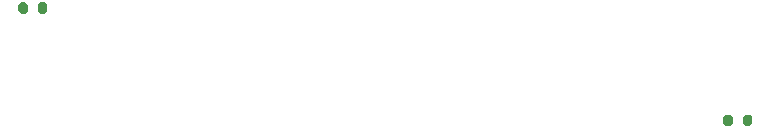
<source format=gbp>
G04 #@! TF.GenerationSoftware,KiCad,Pcbnew,(5.1.9)-1*
G04 #@! TF.CreationDate,2021-10-29T13:55:56-03:00*
G04 #@! TF.ProjectId,RG_Led_ring,52475f4c-6564-45f7-9269-6e672e6b6963,rev?*
G04 #@! TF.SameCoordinates,Original*
G04 #@! TF.FileFunction,Paste,Bot*
G04 #@! TF.FilePolarity,Positive*
%FSLAX46Y46*%
G04 Gerber Fmt 4.6, Leading zero omitted, Abs format (unit mm)*
G04 Created by KiCad (PCBNEW (5.1.9)-1) date 2021-10-29 13:55:56*
%MOMM*%
%LPD*%
G01*
G04 APERTURE LIST*
G04 APERTURE END LIST*
G36*
G01*
X180325000Y-104975000D02*
X180325000Y-104425000D01*
G75*
G02*
X180525000Y-104225000I200000J0D01*
G01*
X180925000Y-104225000D01*
G75*
G02*
X181125000Y-104425000I0J-200000D01*
G01*
X181125000Y-104975000D01*
G75*
G02*
X180925000Y-105175000I-200000J0D01*
G01*
X180525000Y-105175000D01*
G75*
G02*
X180325000Y-104975000I0J200000D01*
G01*
G37*
G36*
G01*
X178675000Y-104975000D02*
X178675000Y-104425000D01*
G75*
G02*
X178875000Y-104225000I200000J0D01*
G01*
X179275000Y-104225000D01*
G75*
G02*
X179475000Y-104425000I0J-200000D01*
G01*
X179475000Y-104975000D01*
G75*
G02*
X179275000Y-105175000I-200000J0D01*
G01*
X178875000Y-105175000D01*
G75*
G02*
X178675000Y-104975000I0J200000D01*
G01*
G37*
G36*
G01*
X119775000Y-94925000D02*
X119775000Y-95475000D01*
G75*
G02*
X119575000Y-95675000I-200000J0D01*
G01*
X119175000Y-95675000D01*
G75*
G02*
X118975000Y-95475000I0J200000D01*
G01*
X118975000Y-94925000D01*
G75*
G02*
X119175000Y-94725000I200000J0D01*
G01*
X119575000Y-94725000D01*
G75*
G02*
X119775000Y-94925000I0J-200000D01*
G01*
G37*
G36*
G01*
X121425000Y-94925000D02*
X121425000Y-95475000D01*
G75*
G02*
X121225000Y-95675000I-200000J0D01*
G01*
X120825000Y-95675000D01*
G75*
G02*
X120625000Y-95475000I0J200000D01*
G01*
X120625000Y-94925000D01*
G75*
G02*
X120825000Y-94725000I200000J0D01*
G01*
X121225000Y-94725000D01*
G75*
G02*
X121425000Y-94925000I0J-200000D01*
G01*
G37*
M02*

</source>
